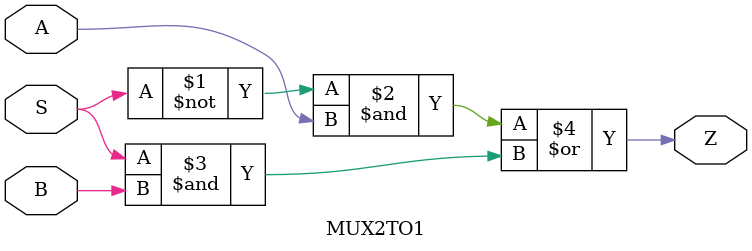
<source format=v>


// The result of translation follows.  Its copyright status should be
// considered unchanged from the original VHDL.

//Multiplexer 2 to 1 con segnali a 1 bit
// no timescale needed

module MUX2TO1(
input wire A,
input wire B,
input wire S,
output wire Z
);





  assign Z = (( ~S) & A) | (S & B);

endmodule

</source>
